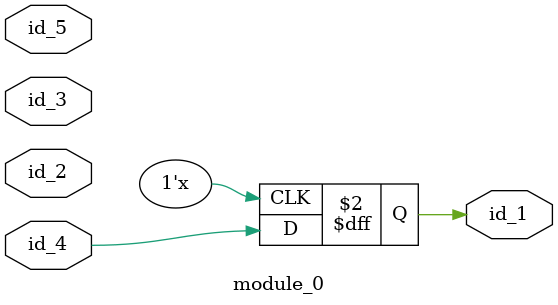
<source format=v>
module module_0 (
    id_1,
    id_2,
    id_3,
    id_4,
    id_5
);
  inout id_5;
  input id_4;
  input id_3;
  input id_2;
  output id_1;
  always @(posedge id_2[1]) begin
    #1;
    id_1 <= id_4;
    id_1 = id_4;
  end
endmodule

</source>
